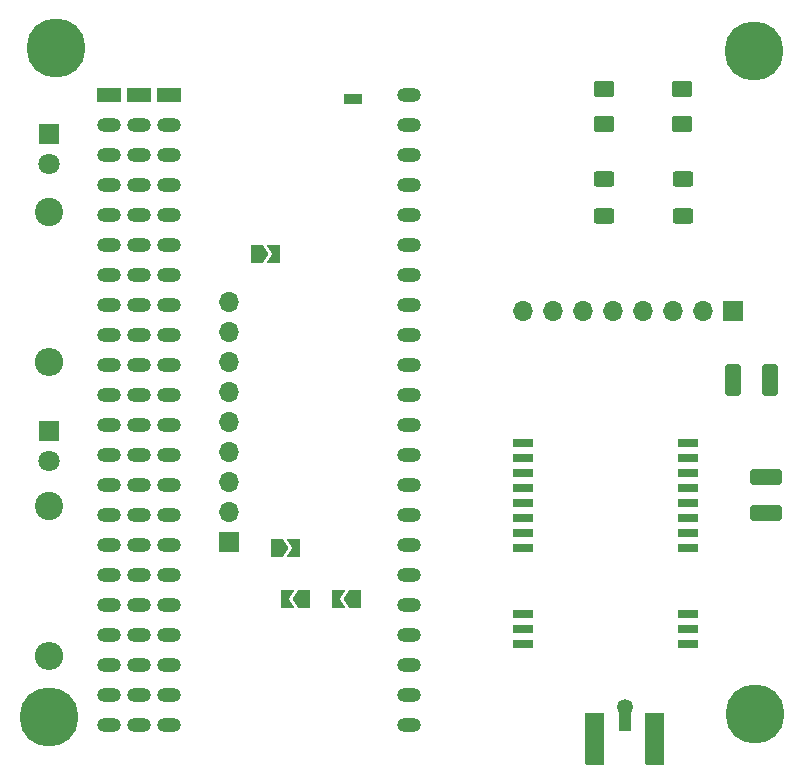
<source format=gts>
G04 #@! TF.GenerationSoftware,KiCad,Pcbnew,8.0.2*
G04 #@! TF.CreationDate,2024-07-26T13:41:10+02:00*
G04 #@! TF.ProjectId,e07-900m10s-breakout,6530372d-3930-4306-9d31-30732d627265,rev?*
G04 #@! TF.SameCoordinates,Original*
G04 #@! TF.FileFunction,Soldermask,Top*
G04 #@! TF.FilePolarity,Negative*
%FSLAX46Y46*%
G04 Gerber Fmt 4.6, Leading zero omitted, Abs format (unit mm)*
G04 Created by KiCad (PCBNEW 8.0.2) date 2024-07-26 13:41:10*
%MOMM*%
%LPD*%
G01*
G04 APERTURE LIST*
G04 Aperture macros list*
%AMRoundRect*
0 Rectangle with rounded corners*
0 $1 Rounding radius*
0 $2 $3 $4 $5 $6 $7 $8 $9 X,Y pos of 4 corners*
0 Add a 4 corners polygon primitive as box body*
4,1,4,$2,$3,$4,$5,$6,$7,$8,$9,$2,$3,0*
0 Add four circle primitives for the rounded corners*
1,1,$1+$1,$2,$3*
1,1,$1+$1,$4,$5*
1,1,$1+$1,$6,$7*
1,1,$1+$1,$8,$9*
0 Add four rect primitives between the rounded corners*
20,1,$1+$1,$2,$3,$4,$5,0*
20,1,$1+$1,$4,$5,$6,$7,0*
20,1,$1+$1,$6,$7,$8,$9,0*
20,1,$1+$1,$8,$9,$2,$3,0*%
%AMFreePoly0*
4,1,6,1.000000,0.000000,0.500000,-0.750000,-0.500000,-0.750000,-0.500000,0.750000,0.500000,0.750000,1.000000,0.000000,1.000000,0.000000,$1*%
%AMFreePoly1*
4,1,6,0.500000,-0.750000,-0.650000,-0.750000,-0.150000,0.000000,-0.650000,0.750000,0.500000,0.750000,0.500000,-0.750000,0.500000,-0.750000,$1*%
G04 Aperture macros list end*
%ADD10RoundRect,0.250001X-0.624999X0.462499X-0.624999X-0.462499X0.624999X-0.462499X0.624999X0.462499X0*%
%ADD11C,0.800000*%
%ADD12C,5.000000*%
%ADD13C,2.400000*%
%ADD14O,2.400000X2.400000*%
%ADD15R,1.800000X0.800000*%
%ADD16FreePoly0,0.000000*%
%ADD17FreePoly1,0.000000*%
%ADD18R,1.800000X1.800000*%
%ADD19C,1.800000*%
%ADD20FreePoly0,180.000000*%
%ADD21FreePoly1,180.000000*%
%ADD22RoundRect,0.250000X-0.412500X-1.100000X0.412500X-1.100000X0.412500X1.100000X-0.412500X1.100000X0*%
%ADD23R,1.700000X1.700000*%
%ADD24O,1.700000X1.700000*%
%ADD25RoundRect,0.109220X0.436880X-0.690880X0.436880X0.690880X-0.436880X0.690880X-0.436880X-0.690880X0*%
%ADD26C,1.346200*%
%ADD27RoundRect,0.038100X-0.762000X2.159000X-0.762000X-2.159000X0.762000X-2.159000X0.762000X2.159000X0*%
%ADD28RoundRect,0.250000X-0.625000X0.400000X-0.625000X-0.400000X0.625000X-0.400000X0.625000X0.400000X0*%
%ADD29RoundRect,0.250000X1.100000X-0.412500X1.100000X0.412500X-1.100000X0.412500X-1.100000X-0.412500X0*%
%ADD30R,2.000000X1.200000*%
%ADD31O,2.000000X1.200000*%
%ADD32R,1.500000X0.900000*%
G04 APERTURE END LIST*
D10*
X150114000Y-75692000D03*
X150114000Y-78667000D03*
D11*
X154390825Y-128579825D03*
X154940000Y-127254000D03*
X154940000Y-129905650D03*
X156265825Y-126704825D03*
D12*
X156265825Y-128579825D03*
D11*
X156265825Y-130454825D03*
X157591650Y-127254000D03*
X157591650Y-129905650D03*
X158140825Y-128579825D03*
D13*
X96486000Y-86106000D03*
D14*
X96486000Y-98806000D03*
D11*
X94589175Y-128833825D03*
X95138350Y-127508000D03*
X95138350Y-130159650D03*
X96464175Y-126958825D03*
D12*
X96464175Y-128833825D03*
D11*
X96464175Y-130708825D03*
X97790000Y-127508000D03*
X97790000Y-130159650D03*
X98339175Y-128833825D03*
D15*
X150622000Y-122664000D03*
X150622000Y-121394000D03*
X150622000Y-120124000D03*
X150622000Y-114554000D03*
X150622000Y-113284000D03*
X150622000Y-112014000D03*
X150622000Y-110744000D03*
X150622000Y-109474000D03*
X150622000Y-108204000D03*
X150622000Y-106934000D03*
X150622000Y-105664000D03*
X136622000Y-105664000D03*
X136622000Y-106934000D03*
X136622000Y-108204000D03*
X136622000Y-109474000D03*
X136622000Y-110744000D03*
X136622000Y-112014000D03*
X136622000Y-113284000D03*
X136622000Y-114554000D03*
X136622000Y-120124000D03*
X136622000Y-121394000D03*
X136622000Y-122664000D03*
D16*
X115824000Y-114554000D03*
D17*
X117274000Y-114554000D03*
D18*
X96520000Y-104648000D03*
D19*
X96520000Y-107188000D03*
D18*
X96520000Y-79502000D03*
D19*
X96520000Y-82042000D03*
D20*
X118110000Y-118872000D03*
D21*
X116660000Y-118872000D03*
D22*
X154432000Y-100330000D03*
X157557000Y-100330000D03*
D10*
X143510000Y-75692000D03*
X143510000Y-78667000D03*
D13*
X96520000Y-110998000D03*
D14*
X96520000Y-123698000D03*
D11*
X154335000Y-72487000D03*
X154884175Y-71161175D03*
X154884175Y-73812825D03*
X156210000Y-70612000D03*
D12*
X156210000Y-72487000D03*
D11*
X156210000Y-74362000D03*
X157535825Y-71161175D03*
X157535825Y-73812825D03*
X158085000Y-72487000D03*
D23*
X111760000Y-114046000D03*
D24*
X111760000Y-111506000D03*
X111760000Y-108966000D03*
X111760000Y-106426000D03*
X111760000Y-103886000D03*
X111760000Y-101346000D03*
X111760000Y-98806000D03*
X111760000Y-96266000D03*
X111760000Y-93726000D03*
D25*
X145288000Y-129253250D03*
D26*
X145288000Y-128016000D03*
D27*
X142748000Y-130746500D03*
X147828000Y-130746500D03*
D23*
X154432000Y-94488000D03*
D24*
X151892000Y-94488000D03*
X149352000Y-94488000D03*
X146812000Y-94488000D03*
X144272000Y-94488000D03*
X141732000Y-94488000D03*
X139192000Y-94488000D03*
X136652000Y-94488000D03*
D28*
X150164000Y-83312000D03*
X150164000Y-86412000D03*
D20*
X122428000Y-118872000D03*
D21*
X120978000Y-118872000D03*
D29*
X157226000Y-111621500D03*
X157226000Y-108496500D03*
D28*
X143510000Y-83312000D03*
X143510000Y-86412000D03*
D17*
X115533000Y-89662000D03*
D16*
X114083000Y-89662000D03*
D30*
X101600000Y-76200000D03*
X104140000Y-76200000D03*
X106630000Y-76220000D03*
D31*
X101600000Y-78740000D03*
X104140000Y-78740000D03*
X106630000Y-78760000D03*
X101600000Y-81280000D03*
X104140000Y-81280000D03*
X106630000Y-81300000D03*
X101600000Y-83820000D03*
X104140000Y-83820000D03*
X106630000Y-83840000D03*
X101600000Y-86360000D03*
X104140000Y-86360000D03*
X106630000Y-86380000D03*
X101600000Y-88900000D03*
X104140000Y-88900000D03*
X106630000Y-88920000D03*
X101600000Y-91440000D03*
X104140000Y-91440000D03*
X106630000Y-91460000D03*
X101600000Y-93980000D03*
X104140000Y-93980000D03*
X106630000Y-94000000D03*
X101600000Y-96520000D03*
X104140000Y-96520000D03*
X106630000Y-96540000D03*
X101600000Y-99060000D03*
X104140000Y-99060000D03*
X106630000Y-99080000D03*
X101600000Y-101600000D03*
X104140000Y-101600000D03*
X106630000Y-101620000D03*
X101600000Y-104140000D03*
X104140000Y-104140000D03*
X106630000Y-104160000D03*
X101600000Y-106680000D03*
X104140000Y-106680000D03*
X106630000Y-106700000D03*
X101600000Y-109220000D03*
X104140000Y-109220000D03*
X106630000Y-109240000D03*
X101600000Y-111760000D03*
X104140000Y-111760000D03*
X106630000Y-111780000D03*
X101600000Y-114300000D03*
X104140000Y-114300000D03*
X106630000Y-114320000D03*
X101600000Y-116840000D03*
X104140000Y-116840000D03*
X106630000Y-116860000D03*
X101600000Y-119380000D03*
X104140000Y-119380000D03*
X106630000Y-119400000D03*
X101600000Y-121920000D03*
X104140000Y-121920000D03*
X106630000Y-121940000D03*
X101596320Y-124457280D03*
X104136320Y-124457280D03*
X106626320Y-124477280D03*
X101596320Y-126997280D03*
X104136320Y-126997280D03*
X106626320Y-127017280D03*
X101596320Y-129537280D03*
X104136320Y-129537280D03*
X106626320Y-129557280D03*
X127000000Y-129540000D03*
X127000000Y-127000000D03*
X127000000Y-124460000D03*
X127000000Y-121920000D03*
X127000000Y-119380000D03*
X127000000Y-116840000D03*
X127000000Y-114300000D03*
X127000000Y-111760000D03*
X127000000Y-109220000D03*
X127000000Y-106680000D03*
X127000000Y-104140000D03*
X127000000Y-101600000D03*
X127000000Y-99060000D03*
X127000000Y-96520000D03*
X127000000Y-93980000D03*
X127000000Y-91440000D03*
X127000000Y-88900000D03*
X127000000Y-86360000D03*
X127000000Y-83820000D03*
D32*
X122265000Y-76545000D03*
D31*
X127000000Y-81280000D03*
X127000000Y-78740000D03*
X127000000Y-76200000D03*
D11*
X95208825Y-72191825D03*
X95758000Y-70866000D03*
X95758000Y-73517650D03*
X97083825Y-70316825D03*
D12*
X97083825Y-72191825D03*
D11*
X97083825Y-74066825D03*
X98409650Y-70866000D03*
X98409650Y-73517650D03*
X98958825Y-72191825D03*
M02*

</source>
